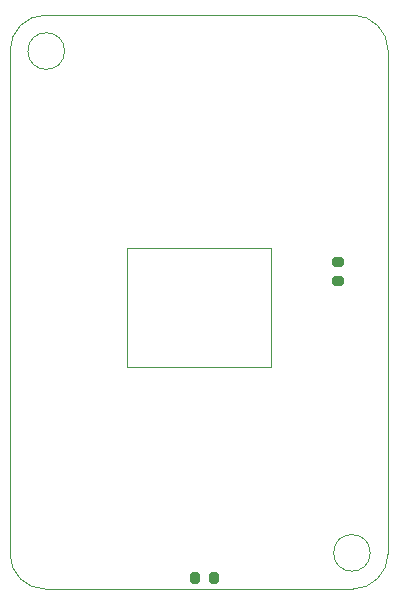
<source format=gbr>
%TF.GenerationSoftware,KiCad,Pcbnew,(6.0.4-0)*%
%TF.CreationDate,2022-08-30T14:02:01+08:00*%
%TF.ProjectId,STLinkV3_Adapter,53544c69-6e6b-4563-935f-416461707465,rev?*%
%TF.SameCoordinates,Original*%
%TF.FileFunction,Paste,Bot*%
%TF.FilePolarity,Positive*%
%FSLAX46Y46*%
G04 Gerber Fmt 4.6, Leading zero omitted, Abs format (unit mm)*
G04 Created by KiCad (PCBNEW (6.0.4-0)) date 2022-08-30 14:02:01*
%MOMM*%
%LPD*%
G01*
G04 APERTURE LIST*
G04 Aperture macros list*
%AMRoundRect*
0 Rectangle with rounded corners*
0 $1 Rounding radius*
0 $2 $3 $4 $5 $6 $7 $8 $9 X,Y pos of 4 corners*
0 Add a 4 corners polygon primitive as box body*
4,1,4,$2,$3,$4,$5,$6,$7,$8,$9,$2,$3,0*
0 Add four circle primitives for the rounded corners*
1,1,$1+$1,$2,$3*
1,1,$1+$1,$4,$5*
1,1,$1+$1,$6,$7*
1,1,$1+$1,$8,$9*
0 Add four rect primitives between the rounded corners*
20,1,$1+$1,$2,$3,$4,$5,0*
20,1,$1+$1,$4,$5,$6,$7,0*
20,1,$1+$1,$6,$7,$8,$9,0*
20,1,$1+$1,$8,$9,$2,$3,0*%
G04 Aperture macros list end*
%TA.AperFunction,Profile*%
%ADD10C,0.100000*%
%TD*%
%TA.AperFunction,Profile*%
%ADD11C,0.120000*%
%TD*%
%ADD12RoundRect,0.200000X0.200000X0.275000X-0.200000X0.275000X-0.200000X-0.275000X0.200000X-0.275000X0*%
%ADD13RoundRect,0.200000X0.275000X-0.200000X0.275000X0.200000X-0.275000X0.200000X-0.275000X-0.200000X0*%
G04 APERTURE END LIST*
D10*
X100490000Y-105540000D02*
G75*
G03*
X100490000Y-105540000I-1550000J0D01*
G01*
X74610000Y-63050000D02*
G75*
G03*
X74610000Y-63050000I-1550000J0D01*
G01*
X70000000Y-105648680D02*
G75*
G03*
X73000000Y-108600000I2952979J1285D01*
G01*
X99000000Y-108600000D02*
X73000000Y-108600000D01*
X102000000Y-63000000D02*
X102000000Y-105600000D01*
X73000000Y-60000000D02*
G75*
G03*
X70000000Y-63000000I2622J-3002622D01*
G01*
X99000000Y-108600000D02*
G75*
G03*
X102000000Y-105600000I0J3000000D01*
G01*
X102000000Y-63000000D02*
G75*
G03*
X99000000Y-60000000I-3000000J0D01*
G01*
X73000000Y-60000000D02*
X99000000Y-60000000D01*
X70000000Y-105648680D02*
X70000000Y-63000000D01*
D11*
%TO.C,U1*%
X79900000Y-79700000D02*
X92100000Y-79700000D01*
X92100000Y-79700000D02*
X92100000Y-89800000D01*
X92100000Y-89800000D02*
X79900000Y-89800000D01*
X79900000Y-89800000D02*
X79900000Y-79700000D01*
%TD*%
D12*
%TO.C,R2*%
X87275000Y-107650000D03*
X85625000Y-107650000D03*
%TD*%
D13*
%TO.C,R1*%
X97730000Y-82545000D03*
X97730000Y-80895000D03*
%TD*%
M02*

</source>
